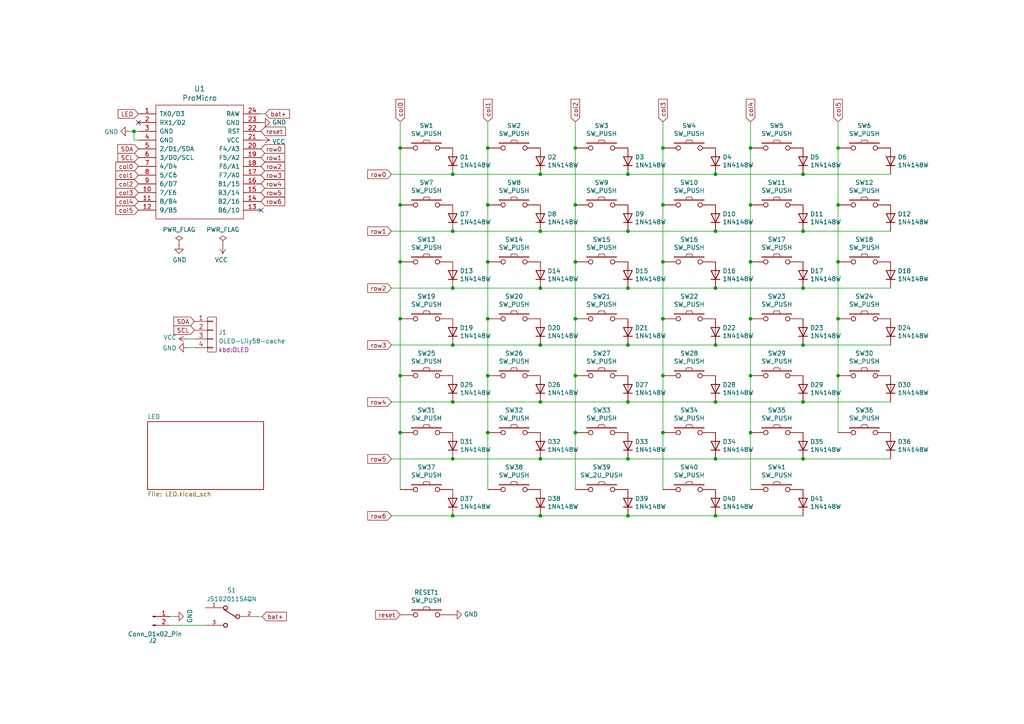
<source format=kicad_sch>
(kicad_sch (version 20230121) (generator eeschema)
  (paper "A4")
  (title_block (title "REVIUNG41") (date "2019-12-18") (rev "1.3"))
  (lib_symbols
    (symbol "Connector:Conn_01x02_Pin" (pin_names (offset 1.016) hide)
      (property "Reference" "J" (at 0 2.54 0))
      (property "Value" "Conn_01x02_Pin" (at 0 -5.08 0))
      (symbol "Conn_01x02_Pin_1_1"
        (polyline (pts (xy 1.27 -2.54) (xy 0.8636 -2.54)) (stroke (width 0.1524)))
        (polyline (pts (xy 1.27 0) (xy 0.8636 0)) (stroke (width 0.1524)))
        (rectangle (start 0.8636 -2.413) (end 0 -2.667) (stroke (width 0.1524)) (fill (type outline)))
        (rectangle (start 0.8636 0.127) (end 0 -0.127) (stroke (width 0.1524)) (fill (type outline)))
        (pin passive line (at 5.08 0 180) (length 3.81) (name "Pin_1") (number "1"))
        (pin passive line (at 5.08 -2.54 180) (length 3.81) (name "Pin_2") (number "2"))
      )
    )
    (symbol "Diode:1N4148W" (pin_numbers hide) (pin_names hide)
      (property "Reference" "D" (at 0 2.54 0))
      (property "Value" "1N4148W" (at 0 -2.54 0))
      (symbol "1N4148W_0_1"
        (polyline (pts (xy -1.27 1.27) (xy -1.27 -1.27)) (stroke (width 0.254)))
        (polyline (pts (xy 1.27 0) (xy -1.27 0)))
        (polyline (pts (xy 1.27 1.27) (xy 1.27 -1.27) (xy -1.27 0) (xy 1.27 1.27)) (stroke (width 0.254)))
      )
      (symbol "1N4148W_1_1"
        (pin passive line (at -3.81 0 0) (length 2.54) (name "K") (number "1"))
        (pin passive line (at 3.81 0 180) (length 2.54) (name "A") (number "2"))
      )
    )
    (symbol "JS102011:JS102011SAQN" (pin_names (offset 1.016))
      (property "Reference" "S" (at -7.6229 5.0819 0))
      (property "Value" "JS102011SAQN" (at -7.6286 -5.0857 0))
      (symbol "JS102011SAQN_0_0"
        (circle (center -1.778 -2.54) (radius 0.568) (stroke (width 0.254)))
        (circle (center -1.778 2.54) (radius 0.568) (stroke (width 0.254)))
        (polyline (pts (xy 1.016 0) (xy -2.286 2.032)) (stroke (width 0.254)))
        (circle (center 1.778 0) (radius 0.568) (stroke (width 0.254)))
        (pin passive line (at -7.62 2.54 0) (length 5.08) (name "~") (number "1"))
        (pin passive line (at 7.62 0 180) (length 5.08) (name "~") (number "2"))
        (pin passive line (at -7.62 -2.54 0) (length 5.08) (name "~") (number "3"))
      )
    )
    (symbol "gundam:LOGO" (pin_names (offset 1.016)))
    (symbol "power:GND" (power) (pin_names (offset 0))
      (property "Value" "GND" (at 0 -3.81 0))
      (symbol "GND_0_1"
        (polyline (pts (xy 0 0) (xy 0 -1.27) (xy 1.27 -1.27) (xy 0 -2.54) (xy -1.27 -1.27) (xy 0 -1.27)))
      )
      (symbol "GND_1_1"
        (pin power_in line (at 0 0 270) (length 0) hide (name "GND") (number "1"))
      )
    )
    (symbol "power:PWR_FLAG" (power) (pin_numbers hide) (pin_names (offset 0) hide)
      (property "Value" "PWR_FLAG" (at 0 3.81 0))
      (symbol "PWR_FLAG_0_0"
        (pin power_out line (at 0 0 90) (length 0) (name "pwr") (number "1"))
      )
      (symbol "PWR_FLAG_0_1"
        (polyline (pts (xy 0 0) (xy 0 1.27) (xy -1.016 1.905) (xy 0 2.54) (xy 1.016 1.905) (xy 0 1.27)))
      )
    )
    (symbol "power:VCC" (power) (pin_names (offset 0))
      (property "Value" "VCC" (at 0 3.81 0))
      (symbol "VCC_0_1"
        (polyline (pts (xy -0.762 1.27) (xy 0 2.54)))
        (polyline (pts (xy 0 0) (xy 0 2.54)))
        (polyline (pts (xy 0 2.54) (xy 0.762 1.27)))
      )
      (symbol "VCC_1_1"
        (pin power_in line (at 0 0 90) (length 0) hide (name "VCC") (number "1"))
      )
    )
    (symbol "reviung41-rescue:ProMicro-_reviung-kbd" (pin_names (offset 1.016))
      (property "Reference" "U" (at 0 24.13 0))
      (property "Value" "_reviung-kbd_ProMicro" (at 0 -13.97 0))
      (symbol "ProMicro-_reviung-kbd_0_1"
        (rectangle (start -12.7 21.59) (end 12.7 -11.43))
      )
      (symbol "ProMicro-_reviung-kbd_1_1"
        (pin bidirectional line (at -17.78 19.05 0) (length 5.08) (name "TX0/D3") (number "1"))
        (pin bidirectional line (at -17.78 -3.81 0) (length 5.08) (name "7/E6") (number "10"))
        (pin bidirectional line (at -17.78 -6.35 0) (length 5.08) (name "8/B4") (number "11"))
        (pin bidirectional line (at -17.78 -8.89 0) (length 5.08) (name "9/B5") (number "12"))
        (pin bidirectional line (at 17.78 -8.89 180) (length 5.08) (name "B6/10") (number "13"))
        (pin bidirectional line (at 17.78 -6.35 180) (length 5.08) (name "B2/16") (number "14"))
        (pin bidirectional line (at 17.78 -3.81 180) (length 5.08) (name "B3/14") (number "15"))
        (pin bidirectional line (at 17.78 -1.27 180) (length 5.08) (name "B1/15") (number "16"))
        (pin bidirectional line (at 17.78 1.27 180) (length 5.08) (name "F7/A0") (number "17"))
        (pin bidirectional line (at 17.78 3.81 180) (length 5.08) (name "F6/A1") (number "18"))
        (pin bidirectional line (at 17.78 6.35 180) (length 5.08) (name "F5/A2") (number "19"))
        (pin bidirectional line (at -17.78 16.51 0) (length 5.08) (name "RX1/D2") (number "2"))
        (pin bidirectional line (at 17.78 8.89 180) (length 5.08) (name "F4/A3") (number "20"))
        (pin power_in line (at 17.78 11.43 180) (length 5.08) (name "VCC") (number "21"))
        (pin input line (at 17.78 13.97 180) (length 5.08) (name "RST") (number "22"))
        (pin power_in line (at 17.78 16.51 180) (length 5.08) (name "GND") (number "23"))
        (pin power_out line (at 17.78 19.05 180) (length 5.08) (name "RAW") (number "24"))
        (pin power_in line (at -17.78 13.97 0) (length 5.08) (name "GND") (number "3"))
        (pin power_in line (at -17.78 11.43 0) (length 5.08) (name "GND") (number "4"))
        (pin bidirectional line (at -17.78 8.89 0) (length 5.08) (name "2/D1/SDA") (number "5"))
        (pin bidirectional line (at -17.78 6.35 0) (length 5.08) (name "3/D0/SCL") (number "6"))
        (pin bidirectional line (at -17.78 3.81 0) (length 5.08) (name "4/D4") (number "7"))
        (pin bidirectional line (at -17.78 1.27 0) (length 5.08) (name "5/C6") (number "8"))
        (pin bidirectional line (at -17.78 -1.27 0) (length 5.08) (name "6/D7") (number "9"))
      )
    )
    (symbol "reviung41-rescue:SW_PUSH-_reviung-kbd" (pin_numbers hide) (pin_names (offset 1.016) hide)
      (property "Reference" "SW" (at 3.81 2.794 0))
      (property "Value" "_reviung-kbd_SW_PUSH" (at 0 -2.032 0))
      (symbol "SW_PUSH-_reviung-kbd_0_1"
        (rectangle (start -4.318 1.27) (end 4.318 1.524))
        (polyline (pts (xy -1.016 1.524) (xy -0.762 2.286) (xy 0.762 2.286) (xy 1.016 1.524)))
        (pin passive inverted (at -7.62 0 0) (length 5.08) (name "1") (number "1"))
        (pin passive inverted (at 7.62 0 180) (length 5.08) (name "2") (number "2"))
      )
    )
    (symbol "sofle:OLED-Lily58-cache" (pin_names (offset 1.016) hide)
      (property "Reference" "J" (at 0 6.35 0))
      (property "Value" "OLED-Lily58-cache" (at 2.54 0 90))
      (symbol "OLED-Lily58-cache_0_1"
        (rectangle (start -1.27 -3.683) (end 0.254 -3.937))
        (rectangle (start -1.27 -1.143) (end 0.254 -1.397))
        (rectangle (start -1.27 1.397) (end 0.254 1.143))
        (rectangle (start -1.27 3.937) (end 0.254 3.683))
        (rectangle (start -1.27 5.08) (end 1.27 -5.08))
      )
      (symbol "OLED-Lily58-cache_1_1"
        (pin passive line (at -5.08 3.81 0) (length 3.81) (name "P1") (number "1"))
        (pin passive line (at -5.08 1.27 0) (length 3.81) (name "P2") (number "2"))
        (pin passive line (at -5.08 -1.27 0) (length 3.81) (name "P3") (number "3"))
        (pin passive line (at -5.08 -3.81 0) (length 3.81) (name "P4") (number "4"))
      )
    )
  )
  (junction (at 207.518 100.076))
  (junction (at 38.862 38.1))
  (junction (at 207.518 67.056))
  (junction (at 156.718 133.096))
  (junction (at 166.878 108.966))
  (junction (at 166.878 75.946))
  (junction (at 182.118 50.546))
  (junction (at 192.278 108.966))
  (junction (at 141.478 92.456))
  (junction (at 207.518 83.566))
  (junction (at 156.718 50.546))
  (junction (at 217.678 92.456))
  (junction (at 141.478 59.436))
  (junction (at 116.078 59.436))
  (junction (at 182.118 133.096))
  (junction (at 182.118 116.586))
  (junction (at 243.078 75.946))
  (junction (at 192.278 59.436))
  (junction (at 207.518 116.586))
  (junction (at 207.518 50.546))
  (junction (at 217.678 125.476))
  (junction (at 131.318 100.076))
  (junction (at 207.518 149.606))
  (junction (at 217.678 42.926))
  (junction (at 131.318 50.546))
  (junction (at 207.518 133.096))
  (junction (at 182.118 67.056))
  (junction (at 156.718 83.566))
  (junction (at 217.678 108.966))
  (junction (at 192.278 42.926))
  (junction (at 166.878 42.926))
  (junction (at 182.118 149.606))
  (junction (at 131.318 67.056))
  (junction (at 232.918 133.096))
  (junction (at 232.918 50.546))
  (junction (at 166.878 125.476))
  (junction (at 141.478 42.926))
  (junction (at 116.078 108.966))
  (junction (at 243.078 59.436))
  (junction (at 232.918 67.056))
  (junction (at 243.078 42.926))
  (junction (at 166.878 92.456))
  (junction (at 131.318 83.566))
  (junction (at 156.718 116.586))
  (junction (at 141.478 108.966))
  (junction (at 156.718 100.076))
  (junction (at 141.478 75.946))
  (junction (at 243.078 108.966))
  (junction (at 243.078 92.456))
  (junction (at 182.118 83.566))
  (junction (at 182.118 100.076))
  (junction (at 192.278 92.456))
  (junction (at 116.078 75.946))
  (junction (at 156.718 149.606))
  (junction (at 131.318 116.586))
  (junction (at 131.318 133.096))
  (junction (at 166.878 59.436))
  (junction (at 232.918 116.586))
  (junction (at 116.078 125.476))
  (junction (at 141.478 125.476))
  (junction (at 232.918 100.076))
  (junction (at 116.078 92.456))
  (junction (at 192.278 75.946))
  (junction (at 116.078 42.926))
  (junction (at 131.318 149.606))
  (junction (at 192.278 125.476))
  (junction (at 232.918 83.566))
  (junction (at 217.678 75.946))
  (junction (at 217.678 59.436))
  (junction (at 156.718 67.056))
  (no_connect (at 40.132 35.56))
  (no_connect (at 75.692 60.96))
  (wire (pts (xy 131.318 100.076) (xy 156.718 100.076)))
  (wire (pts (xy 192.278 108.966) (xy 192.278 125.476)))
  (wire (pts (xy 192.278 35.306) (xy 192.278 42.926)))
  (wire (pts (xy 156.718 50.546) (xy 182.118 50.546)))
  (wire (pts (xy 243.078 42.926) (xy 243.078 59.436)))
  (wire (pts (xy 166.878 35.306) (xy 166.878 42.926)))
  (wire (pts (xy 131.318 50.546) (xy 156.718 50.546)))
  (wire (pts (xy 182.118 100.076) (xy 207.518 100.076)))
  (wire (pts (xy 141.478 59.436) (xy 141.478 75.946)))
  (wire (pts (xy 182.118 50.546) (xy 207.518 50.546)))
  (wire (pts (xy 116.078 42.926) (xy 116.078 59.436)))
  (wire (pts (xy 141.478 75.946) (xy 141.478 92.456)))
  (wire (pts (xy 217.678 35.306) (xy 217.678 42.926)))
  (wire (pts (xy 182.118 149.606) (xy 207.518 149.606)))
  (wire (pts (xy 166.878 92.456) (xy 166.878 108.966)))
  (wire (pts (xy 166.878 125.476) (xy 166.878 141.986)))
  (wire (pts (xy 207.518 149.606) (xy 232.918 149.606)))
  (wire (pts (xy 207.518 100.076) (xy 232.918 100.076)))
  (wire (pts (xy 182.118 67.056) (xy 207.518 67.056)))
  (wire (pts (xy 40.132 38.1) (xy 38.862 38.1)))
  (wire (pts (xy 207.518 133.096) (xy 232.918 133.096)))
  (wire (pts (xy 131.318 67.056) (xy 156.718 67.056)))
  (wire (pts (xy 243.078 92.456) (xy 243.078 108.966)))
  (wire (pts (xy 113.538 50.546) (xy 131.318 50.546)))
  (wire (pts (xy 243.078 75.946) (xy 243.078 92.456)))
  (wire (pts (xy 49.403 178.816) (xy 50.673 178.816)))
  (wire (pts (xy 207.518 50.546) (xy 232.918 50.546)))
  (wire (pts (xy 113.538 116.586) (xy 131.318 116.586)))
  (wire (pts (xy 141.478 35.306) (xy 141.478 42.926)))
  (wire (pts (xy 232.918 100.076) (xy 258.318 100.076)))
  (wire (pts (xy 75.692 33.02) (xy 76.962 33.02)))
  (wire (pts (xy 192.278 125.476) (xy 192.278 141.986)))
  (wire (pts (xy 156.718 100.076) (xy 182.118 100.076)))
  (wire (pts (xy 156.718 67.056) (xy 182.118 67.056)))
  (wire (pts (xy 116.078 92.456) (xy 116.078 108.966)))
  (wire (pts (xy 131.318 133.096) (xy 156.718 133.096)))
  (wire (pts (xy 217.678 125.476) (xy 217.678 141.986)))
  (wire (pts (xy 156.718 83.566) (xy 182.118 83.566)))
  (wire (pts (xy 54.483 98.298) (xy 56.388 98.298)))
  (wire (pts (xy 217.678 42.926) (xy 217.678 59.436)))
  (wire (pts (xy 113.538 67.056) (xy 131.318 67.056)))
  (wire (pts (xy 232.918 67.056) (xy 258.318 67.056)))
  (wire (pts (xy 232.918 50.546) (xy 258.318 50.546)))
  (wire (pts (xy 192.278 75.946) (xy 192.278 92.456)))
  (wire (pts (xy 116.078 108.966) (xy 116.078 125.476)))
  (wire (pts (xy 113.538 100.076) (xy 131.318 100.076)))
  (wire (pts (xy 192.278 92.456) (xy 192.278 108.966)))
  (wire (pts (xy 166.878 59.436) (xy 166.878 75.946)))
  (wire (pts (xy 217.678 108.966) (xy 217.678 125.476)))
  (wire (pts (xy 217.678 59.436) (xy 217.678 75.946)))
  (wire (pts (xy 131.318 149.606) (xy 156.718 149.606)))
  (wire (pts (xy 192.278 59.436) (xy 192.278 75.946)))
  (wire (pts (xy 156.718 149.606) (xy 182.118 149.606)))
  (wire (pts (xy 182.118 83.566) (xy 207.518 83.566)))
  (wire (pts (xy 217.678 92.456) (xy 217.678 108.966)))
  (wire (pts (xy 113.538 149.606) (xy 131.318 149.606)))
  (wire (pts (xy 182.118 133.096) (xy 207.518 133.096)))
  (wire (pts (xy 207.518 83.566) (xy 232.918 83.566)))
  (wire (pts (xy 131.318 83.566) (xy 156.718 83.566)))
  (wire (pts (xy 38.862 40.64) (xy 38.862 38.1)))
  (wire (pts (xy 40.132 40.64) (xy 38.862 40.64)))
  (wire (pts (xy 232.918 133.096) (xy 258.318 133.096)))
  (wire (pts (xy 192.278 42.926) (xy 192.278 59.436)))
  (wire (pts (xy 243.078 35.306) (xy 243.078 42.926)))
  (wire (pts (xy 182.118 116.586) (xy 207.518 116.586)))
  (wire (pts (xy 166.878 108.966) (xy 166.878 125.476)))
  (wire (pts (xy 232.918 116.586) (xy 258.318 116.586)))
  (wire (pts (xy 113.538 83.566) (xy 131.318 83.566)))
  (wire (pts (xy 38.862 38.1) (xy 37.592 38.1)))
  (wire (pts (xy 156.718 116.586) (xy 182.118 116.586)))
  (wire (pts (xy 243.078 59.436) (xy 243.078 75.946)))
  (wire (pts (xy 116.078 35.306) (xy 116.078 42.926)))
  (wire (pts (xy 217.678 75.946) (xy 217.678 92.456)))
  (wire (pts (xy 74.803 178.816) (xy 76.073 178.816)))
  (wire (pts (xy 113.538 133.096) (xy 131.318 133.096)))
  (wire (pts (xy 156.718 133.096) (xy 182.118 133.096)))
  (wire (pts (xy 49.403 181.356) (xy 59.563 181.356)))
  (wire (pts (xy 54.483 100.838) (xy 56.388 100.838)))
  (wire (pts (xy 141.478 125.476) (xy 141.478 141.986)))
  (wire (pts (xy 116.078 75.946) (xy 116.078 92.456)))
  (wire (pts (xy 141.478 108.966) (xy 141.478 125.476)))
  (wire (pts (xy 116.078 59.436) (xy 116.078 75.946)))
  (wire (pts (xy 207.518 67.056) (xy 232.918 67.056)))
  (wire (pts (xy 166.878 42.926) (xy 166.878 59.436)))
  (wire (pts (xy 207.518 116.586) (xy 232.918 116.586)))
  (wire (pts (xy 243.078 125.476) (xy 243.078 108.966)))
  (wire (pts (xy 141.478 42.926) (xy 141.478 59.436)))
  (wire (pts (xy 166.878 75.946) (xy 166.878 92.456)))
  (wire (pts (xy 232.918 83.566) (xy 258.318 83.566)))
  (wire (pts (xy 131.318 116.586) (xy 156.718 116.586)))
  (wire (pts (xy 141.478 92.456) (xy 141.478 108.966)))
  (wire (pts (xy 116.078 125.476) (xy 116.078 141.986)))
  (global_label "row6" (shape input) (at 113.538 149.606 180) (property "Intersheetrefs" "${INTERSHEET_REFS}" (effects hide)))
  (global_label "reset" (shape input) (at 75.692 38.1 0) (property "Intersheetrefs" "${INTERSHEET_REFS}" (effects hide)))
  (global_label "col4" (shape input) (at 217.678 35.306 90) (property "Intersheetrefs" "${INTERSHEET_REFS}" (effects hide)))
  (global_label "LED" (shape input) (at 40.132 33.02 180) (property "Intersheetrefs" "${INTERSHEET_REFS}" (effects hide)))
  (global_label "bat+" (shape input) (at 76.962 33.02 0) (property "Intersheetrefs" "${INTERSHEET_REFS}" (effects hide)))
  (global_label "SDA" (shape input) (at 56.388 93.218 180) (property "Intersheetrefs" "${INTERSHEET_REFS}" (effects hide)))
  (global_label "col1" (shape input) (at 141.478 35.306 90) (property "Intersheetrefs" "${INTERSHEET_REFS}" (effects hide)))
  (global_label "row1" (shape input) (at 75.692 45.72 0) (property "Intersheetrefs" "${INTERSHEET_REFS}" (effects hide)))
  (global_label "row2" (shape input) (at 113.538 83.566 180) (property "Intersheetrefs" "${INTERSHEET_REFS}" (effects hide)))
  (global_label "col0" (shape input) (at 40.132 48.26 180) (property "Intersheetrefs" "${INTERSHEET_REFS}" (effects hide)))
  (global_label "row1" (shape input) (at 113.538 67.056 180) (property "Intersheetrefs" "${INTERSHEET_REFS}" (effects hide)))
  (global_label "row0" (shape input) (at 113.538 50.546 180) (property "Intersheetrefs" "${INTERSHEET_REFS}" (effects hide)))
  (global_label "bat+" (shape input) (at 76.073 178.816 0) (property "Intersheetrefs" "${INTERSHEET_REFS}" (effects hide)))
  (global_label "col1" (shape input) (at 40.132 50.8 180) (property "Intersheetrefs" "${INTERSHEET_REFS}" (effects hide)))
  (global_label "SCL" (shape input) (at 40.132 45.72 180) (property "Intersheetrefs" "${INTERSHEET_REFS}" (effects hide)))
  (global_label "col3" (shape input) (at 192.278 35.306 90) (property "Intersheetrefs" "${INTERSHEET_REFS}" (effects hide)))
  (global_label "row0" (shape input) (at 75.692 43.18 0) (property "Intersheetrefs" "${INTERSHEET_REFS}" (effects hide)))
  (global_label "col3" (shape input) (at 40.132 55.88 180) (property "Intersheetrefs" "${INTERSHEET_REFS}" (effects hide)))
  (global_label "row2" (shape input) (at 75.692 48.26 0) (property "Intersheetrefs" "${INTERSHEET_REFS}" (effects hide)))
  (global_label "col4" (shape input) (at 40.132 58.42 180) (property "Intersheetrefs" "${INTERSHEET_REFS}" (effects hide)))
  (global_label "SDA" (shape input) (at 40.132 43.18 180) (property "Intersheetrefs" "${INTERSHEET_REFS}" (effects hide)))
  (global_label "col2" (shape input) (at 166.878 35.306 90) (property "Intersheetrefs" "${INTERSHEET_REFS}" (effects hide)))
  (global_label "col5" (shape input) (at 40.132 60.96 180) (property "Intersheetrefs" "${INTERSHEET_REFS}" (effects hide)))
  (global_label "row4" (shape input) (at 113.538 116.586 180) (property "Intersheetrefs" "${INTERSHEET_REFS}" (effects hide)))
  (global_label "col2" (shape input) (at 40.132 53.34 180) (property "Intersheetrefs" "${INTERSHEET_REFS}" (effects hide)))
  (global_label "row5" (shape input) (at 75.692 55.88 0) (property "Intersheetrefs" "${INTERSHEET_REFS}" (effects hide)))
  (global_label "row4" (shape input) (at 75.692 53.34 0) (property "Intersheetrefs" "${INTERSHEET_REFS}" (effects hide)))
  (global_label "col5" (shape input) (at 243.078 35.306 90) (property "Intersheetrefs" "${INTERSHEET_REFS}" (effects hide)))
  (global_label "row3" (shape input) (at 113.538 100.076 180) (property "Intersheetrefs" "${INTERSHEET_REFS}" (effects hide)))
  (global_label "SCL" (shape input) (at 56.388 95.758 180) (property "Intersheetrefs" "${INTERSHEET_REFS}" (effects hide)))
  (global_label "reset" (shape input) (at 116.078 178.308 180) (property "Intersheetrefs" "${INTERSHEET_REFS}" (effects hide)))
  (global_label "row6" (shape input) (at 75.692 58.42 0) (property "Intersheetrefs" "${INTERSHEET_REFS}" (effects hide)))
  (global_label "row5" (shape input) (at 113.538 133.096 180) (property "Intersheetrefs" "${INTERSHEET_REFS}" (effects hide)))
  (global_label "col0" (shape input) (at 116.078 35.306 90) (property "Intersheetrefs" "${INTERSHEET_REFS}" (effects hide)))
  (global_label "row3" (shape input) (at 75.692 50.8 0) (property "Intersheetrefs" "${INTERSHEET_REFS}" (effects hide)))
  (symbol (lib_id "power:PWR_FLAG") (at 51.943 70.993 0) (unit 1)
    (property "Reference" "#FLG01" (effects hide))
    (property "Value" "PWR_FLAG" (at 51.943 66.5988 0))
  )
  (symbol (lib_id "power:GND") (at 51.943 70.993 0) (unit 1)
    (property "Reference" "#PWR01" (effects hide))
    (property "Value" "GND" (at 52.07 75.3872 0))
  )
  (symbol (lib_id "power:PWR_FLAG") (at 64.643 70.993 0) (unit 1)
    (property "Reference" "#FLG02" (effects hide))
    (property "Value" "PWR_FLAG" (at 64.643 66.5988 0))
  )
  (symbol (lib_id "power:VCC") (at 64.643 70.993 180) (unit 1)
    (property "Reference" "#PWR02" (effects hide))
    (property "Value" "VCC" (at 64.1858 75.3872 0))
  )
  (symbol (lib_id "reviung41-rescue:ProMicro-_reviung-kbd") (at 57.912 52.07 0) (unit 1)
    (property "Reference" "U1" (at 57.912 25.7302 0) (effects (font (size 1.524 1.524))))
    (property "Value" "ProMicro" (at 57.912 28.4226 0) (effects (font (size 1.524 1.524))))
    (property "Footprint" "_reviung-kbd:ProMicro" (effects hide))
  )
  (symbol (lib_id "power:GND") (at 75.692 35.56 90) (unit 1)
    (property "Reference" "#PWR03" (effects hide))
    (property "Value" "GND" (at 78.9432 35.433 90) (effects (justify right)))
  )
  (symbol (lib_id "power:VCC") (at 75.692 40.64 270) (unit 1)
    (property "Reference" "#PWR05" (effects hide))
    (property "Value" "VCC" (at 78.9432 41.0718 90) (effects (justify left)))
  )
  (symbol (lib_id "power:GND") (at 37.592 38.1 270) (unit 1)
    (property "Reference" "#PWR04" (effects hide))
    (property "Value" "GND" (at 34.3408 38.227 90) (effects (justify right)))
  )
  (symbol (lib_id "reviung41-rescue:SW_PUSH-_reviung-kbd") (at 123.698 42.926 0) (unit 1)
    (property "Reference" "SW1" (at 123.698 36.449 0))
    (property "Value" "SW_PUSH" (at 123.698 38.7604 0))
    (property "Footprint" "_reviung-kbd:MXOnly-1U-Hotswap" (effects hide))
  )
  (symbol (lib_id "Diode:1N4148W") (at 131.318 46.736 90) (unit 1)
    (property "Reference" "D1" (at 133.35 45.5676 90) (effects (justify right)))
    (property "Value" "1N4148W" (at 133.35 47.879 90) (effects (justify right)))
    (property "Footprint" "_reviung-kbd:D3_SMD_1side" (effects hide))
    (property "Datasheet" "https://www.vishay.com/docs/85748/1n4148w.pdf" (effects hide))
  )
  (symbol (lib_id "reviung41-rescue:SW_PUSH-_reviung-kbd") (at 149.098 42.926 0) (unit 1)
    (property "Reference" "SW2" (at 149.098 36.449 0))
    (property "Value" "SW_PUSH" (at 149.098 38.7604 0))
    (property "Footprint" "_reviung-kbd:MXOnly-1U-Hotswap" (effects hide))
  )
  (symbol (lib_id "Diode:1N4148W") (at 156.718 46.736 90) (unit 1)
    (property "Reference" "D2" (at 158.75 45.5676 90) (effects (justify right)))
    (property "Value" "1N4148W" (at 158.75 47.879 90) (effects (justify right)))
    (property "Footprint" "_reviung-kbd:D3_SMD_1side" (effects hide))
    (property "Datasheet" "https://www.vishay.com/docs/85748/1n4148w.pdf" (effects hide))
  )
  (symbol (lib_id "reviung41-rescue:SW_PUSH-_reviung-kbd") (at 174.498 42.926 0) (unit 1)
    (property "Reference" "SW3" (at 174.498 36.449 0))
    (property "Value" "SW_PUSH" (at 174.498 38.7604 0))
    (property "Footprint" "_reviung-kbd:MXOnly-1U-Hotswap" (effects hide))
  )
  (symbol (lib_id "Diode:1N4148W") (at 182.118 46.736 90) (unit 1)
    (property "Reference" "D3" (at 184.15 45.5676 90) (effects (justify right)))
    (property "Value" "1N4148W" (at 184.15 47.879 90) (effects (justify right)))
    (property "Footprint" "_reviung-kbd:D3_SMD_1side" (effects hide))
    (property "Datasheet" "https://www.vishay.com/docs/85748/1n4148w.pdf" (effects hide))
  )
  (symbol (lib_id "reviung41-rescue:SW_PUSH-_reviung-kbd") (at 199.898 42.926 0) (unit 1)
    (property "Reference" "SW4" (at 199.898 36.449 0))
    (property "Value" "SW_PUSH" (at 199.898 38.7604 0))
    (property "Footprint" "_reviung-kbd:MXOnly-1U-Hotswap" (effects hide))
  )
  (symbol (lib_id "Diode:1N4148W") (at 207.518 46.736 90) (unit 1)
    (property "Reference" "D4" (at 209.55 45.5676 90) (effects (justify right)))
    (property "Value" "1N4148W" (at 209.55 47.879 90) (effects (justify right)))
    (property "Footprint" "_reviung-kbd:D3_SMD_1side" (effects hide))
    (property "Datasheet" "https://www.vishay.com/docs/85748/1n4148w.pdf" (effects hide))
  )
  (symbol (lib_id "reviung41-rescue:SW_PUSH-_reviung-kbd") (at 225.298 42.926 0) (unit 1)
    (property "Reference" "SW5" (at 225.298 36.449 0))
    (property "Value" "SW_PUSH" (at 225.298 38.7604 0))
    (property "Footprint" "_reviung-kbd:MXOnly-1U-Hotswap" (effects hide))
  )
  (symbol (lib_id "Diode:1N4148W") (at 232.918 46.736 90) (unit 1)
    (property "Reference" "D5" (at 234.95 45.5676 90) (effects (justify right)))
    (property "Value" "1N4148W" (at 234.95 47.879 90) (effects (justify right)))
    (property "Footprint" "_reviung-kbd:D3_SMD_1side" (effects hide))
    (property "Datasheet" "https://www.vishay.com/docs/85748/1n4148w.pdf" (effects hide))
  )
  (symbol (lib_id "reviung41-rescue:SW_PUSH-_reviung-kbd") (at 250.698 42.926 0) (unit 1)
    (property "Reference" "SW6" (at 250.698 36.449 0))
    (property "Value" "SW_PUSH" (at 250.698 38.7604 0))
    (property "Footprint" "_reviung-kbd:MXOnly-1U-Hotswap" (effects hide))
  )
  (symbol (lib_id "Diode:1N4148W") (at 258.318 46.736 90) (unit 1)
    (property "Reference" "D6" (at 260.35 45.5676 90) (effects (justify right)))
    (property "Value" "1N4148W" (at 260.35 47.879 90) (effects (justify right)))
    (property "Footprint" "_reviung-kbd:D3_SMD_1side" (effects hide))
    (property "Datasheet" "https://www.vishay.com/docs/85748/1n4148w.pdf" (effects hide))
  )
  (symbol (lib_id "Diode:1N4148W") (at 207.518 63.246 90) (unit 1)
    (property "Reference" "D10" (at 209.55 62.0776 90) (effects (justify right)))
    (property "Value" "1N4148W" (at 209.55 64.389 90) (effects (justify right)))
    (property "Footprint" "_reviung-kbd:D3_SMD_1side" (effects hide))
    (property "Datasheet" "https://www.vishay.com/docs/85748/1n4148w.pdf" (effects hide))
  )
  (symbol (lib_id "reviung41-rescue:SW_PUSH-_reviung-kbd") (at 199.898 59.436 0) (unit 1)
    (property "Reference" "SW10" (at 199.898 52.959 0))
    (property "Value" "SW_PUSH" (at 199.898 55.2704 0))
    (property "Footprint" "_reviung-kbd:MXOnly-1U-Hotswap" (effects hide))
  )
  (symbol (lib_id "Diode:1N4148W") (at 182.118 63.246 90) (unit 1)
    (property "Reference" "D9" (at 184.15 62.0776 90) (effects (justify right)))
    (property "Value" "1N4148W" (at 184.15 64.389 90) (effects (justify right)))
    (property "Footprint" "_reviung-kbd:D3_SMD_1side" (effects hide))
    (property "Datasheet" "https://www.vishay.com/docs/85748/1n4148w.pdf" (effects hide))
  )
  (symbol (lib_id "reviung41-rescue:SW_PUSH-_reviung-kbd") (at 174.498 59.436 0) (unit 1)
    (property "Reference" "SW9" (at 174.498 52.959 0))
    (property "Value" "SW_PUSH" (at 174.498 55.2704 0))
    (property "Footprint" "_reviung-kbd:MXOnly-1U-Hotswap" (effects hide))
  )
  (symbol (lib_id "Diode:1N4148W") (at 156.718 63.246 90) (unit 1)
    (property "Reference" "D8" (at 158.75 62.0776 90) (effects (justify right)))
    (property "Value" "1N4148W" (at 158.75 64.389 90) (effects (justify right)))
    (property "Footprint" "_reviung-kbd:D3_SMD_1side" (effects hide))
    (property "Datasheet" "https://www.vishay.com/docs/85748/1n4148w.pdf" (effects hide))
  )
  (symbol (lib_id "reviung41-rescue:SW_PUSH-_reviung-kbd") (at 149.098 59.436 0) (unit 1)
    (property "Reference" "SW8" (at 149.098 52.959 0))
    (property "Value" "SW_PUSH" (at 149.098 55.2704 0))
    (property "Footprint" "_reviung-kbd:MXOnly-1U-Hotswap" (effects hide))
  )
  (symbol (lib_id "Diode:1N4148W") (at 131.318 63.246 90) (unit 1)
    (property "Reference" "D7" (at 133.35 62.0776 90) (effects (justify right)))
    (property "Value" "1N4148W" (at 133.35 64.389 90) (effects (justify right)))
    (property "Footprint" "_reviung-kbd:D3_SMD_1side" (effects hide))
    (property "Datasheet" "https://www.vishay.com/docs/85748/1n4148w.pdf" (effects hide))
  )
  (symbol (lib_id "reviung41-rescue:SW_PUSH-_reviung-kbd") (at 123.698 59.436 0) (unit 1)
    (property "Reference" "SW7" (at 123.698 52.959 0))
    (property "Value" "SW_PUSH" (at 123.698 55.2704 0))
    (property "Footprint" "_reviung-kbd:MXOnly-1U-Hotswap" (effects hide))
  )
  (symbol (lib_id "reviung41-rescue:SW_PUSH-_reviung-kbd") (at 225.298 59.436 0) (unit 1)
    (property "Reference" "SW11" (at 225.298 52.959 0))
    (property "Value" "SW_PUSH" (at 225.298 55.2704 0))
    (property "Footprint" "_reviung-kbd:MXOnly-1U-Hotswap" (effects hide))
  )
  (symbol (lib_id "Diode:1N4148W") (at 232.918 63.246 90) (unit 1)
    (property "Reference" "D11" (at 234.95 62.0776 90) (effects (justify right)))
    (property "Value" "1N4148W" (at 234.95 64.389 90) (effects (justify right)))
    (property "Footprint" "_reviung-kbd:D3_SMD_1side" (effects hide))
    (property "Datasheet" "https://www.vishay.com/docs/85748/1n4148w.pdf" (effects hide))
  )
  (symbol (lib_id "reviung41-rescue:SW_PUSH-_reviung-kbd") (at 250.698 59.436 0) (unit 1)
    (property "Reference" "SW12" (at 250.698 52.959 0))
    (property "Value" "SW_PUSH" (at 250.698 55.2704 0))
    (property "Footprint" "_reviung-kbd:MXOnly-1U-Hotswap" (effects hide))
  )
  (symbol (lib_id "Diode:1N4148W") (at 258.318 63.246 90) (unit 1)
    (property "Reference" "D12" (at 260.35 62.0776 90) (effects (justify right)))
    (property "Value" "1N4148W" (at 260.35 64.389 90) (effects (justify right)))
    (property "Footprint" "_reviung-kbd:D3_SMD_1side" (effects hide))
    (property "Datasheet" "https://www.vishay.com/docs/85748/1n4148w.pdf" (effects hide))
  )
  (symbol (lib_id "Diode:1N4148W") (at 207.518 79.756 90) (unit 1)
    (property "Reference" "D16" (at 209.55 78.5876 90) (effects (justify right)))
    (property "Value" "1N4148W" (at 209.55 80.899 90) (effects (justify right)))
    (property "Footprint" "_reviung-kbd:D3_SMD_1side" (effects hide))
    (property "Datasheet" "https://www.vishay.com/docs/85748/1n4148w.pdf" (effects hide))
  )
  (symbol (lib_id "reviung41-rescue:SW_PUSH-_reviung-kbd") (at 199.898 75.946 0) (unit 1)
    (property "Reference" "SW16" (at 199.898 69.469 0))
    (property "Value" "SW_PUSH" (at 199.898 71.7804 0))
    (property "Footprint" "_reviung-kbd:MXOnly-1U-Hotswap" (effects hide))
  )
  (symbol (lib_id "Diode:1N4148W") (at 182.118 79.756 90) (unit 1)
    (property "Reference" "D15" (at 184.15 78.5876 90) (effects (justify right)))
    (property "Value" "1N4148W" (at 184.15 80.899 90) (effects (justify right)))
    (property "Footprint" "_reviung-kbd:D3_SMD_1side" (effects hide))
    (property "Datasheet" "https://www.vishay.com/docs/85748/1n4148w.pdf" (effects hide))
  )
  (symbol (lib_id "reviung41-rescue:SW_PUSH-_reviung-kbd") (at 174.498 75.946 0) (unit 1)
    (property "Reference" "SW15" (at 174.498 69.469 0))
    (property "Value" "SW_PUSH" (at 174.498 71.7804 0))
    (property "Footprint" "_reviung-kbd:MXOnly-1U-Hotswap" (effects hide))
  )
  (symbol (lib_id "Diode:1N4148W") (at 156.718 79.756 90) (unit 1)
    (property "Reference" "D14" (at 158.75 78.5876 90) (effects (justify right)))
    (property "Value" "1N4148W" (at 158.75 80.899 90) (effects (justify right)))
    (property "Footprint" "_reviung-kbd:D3_SMD_1side" (effects hide))
    (property "Datasheet" "https://www.vishay.com/docs/85748/1n4148w.pdf" (effects hide))
  )
  (symbol (lib_id "reviung41-rescue:SW_PUSH-_reviung-kbd") (at 149.098 75.946 0) (unit 1)
    (property "Reference" "SW14" (at 149.098 69.469 0))
    (property "Value" "SW_PUSH" (at 149.098 71.7804 0))
    (property "Footprint" "_reviung-kbd:MXOnly-1U-Hotswap" (effects hide))
  )
  (symbol (lib_id "Diode:1N4148W") (at 131.318 79.756 90) (unit 1)
    (property "Reference" "D13" (at 133.35 78.5876 90) (effects (justify right)))
    (property "Value" "1N4148W" (at 133.35 80.899 90) (effects (justify right)))
    (property "Footprint" "_reviung-kbd:D3_SMD_1side" (effects hide))
    (property "Datasheet" "https://www.vishay.com/docs/85748/1n4148w.pdf" (effects hide))
  )
  (symbol (lib_id "reviung41-rescue:SW_PUSH-_reviung-kbd") (at 123.698 75.946 0) (unit 1)
    (property "Reference" "SW13" (at 123.698 69.469 0))
    (property "Value" "SW_PUSH" (at 123.698 71.7804 0))
    (property "Footprint" "_reviung-kbd:MXOnly-1U-Hotswap" (effects hide))
  )
  (symbol (lib_id "reviung41-rescue:SW_PUSH-_reviung-kbd") (at 225.298 75.946 0) (unit 1)
    (property "Reference" "SW17" (at 225.298 69.469 0))
    (property "Value" "SW_PUSH" (at 225.298 71.7804 0))
    (property "Footprint" "_reviung-kbd:MXOnly-1U-Hotswap" (effects hide))
  )
  (symbol (lib_id "Diode:1N4148W") (at 232.918 79.756 90) (unit 1)
    (property "Reference" "D17" (at 234.95 78.5876 90) (effects (justify right)))
    (property "Value" "1N4148W" (at 234.95 80.899 90) (effects (justify right)))
    (property "Footprint" "_reviung-kbd:D3_SMD_1side" (effects hide))
    (property "Datasheet" "https://www.vishay.com/docs/85748/1n4148w.pdf" (effects hide))
  )
  (symbol (lib_id "reviung41-rescue:SW_PUSH-_reviung-kbd") (at 250.698 75.946 0) (unit 1)
    (property "Reference" "SW18" (at 250.698 69.469 0))
    (property "Value" "SW_PUSH" (at 250.698 71.7804 0))
    (property "Footprint" "_reviung-kbd:MXOnly-1U-Hotswap" (effects hide))
  )
  (symbol (lib_id "Diode:1N4148W") (at 258.318 79.756 90) (unit 1)
    (property "Reference" "D18" (at 260.35 78.5876 90) (effects (justify right)))
    (property "Value" "1N4148W" (at 260.35 80.899 90) (effects (justify right)))
    (property "Footprint" "_reviung-kbd:D3_SMD_1side" (effects hide))
    (property "Datasheet" "https://www.vishay.com/docs/85748/1n4148w.pdf" (effects hide))
  )
  (symbol (lib_id "Diode:1N4148W") (at 207.518 96.266 90) (unit 1)
    (property "Reference" "D22" (at 209.55 95.0976 90) (effects (justify right)))
    (property "Value" "1N4148W" (at 209.55 97.409 90) (effects (justify right)))
    (property "Footprint" "_reviung-kbd:D3_SMD_1side" (effects hide))
    (property "Datasheet" "https://www.vishay.com/docs/85748/1n4148w.pdf" (effects hide))
  )
  (symbol (lib_id "reviung41-rescue:SW_PUSH-_reviung-kbd") (at 199.898 92.456 0) (unit 1)
    (property "Reference" "SW22" (at 199.898 85.979 0))
    (property "Value" "SW_PUSH" (at 199.898 88.2904 0))
    (property "Footprint" "_reviung-kbd:MXOnly-1U-Hotswap" (effects hide))
  )
  (symbol (lib_id "Diode:1N4148W") (at 182.118 96.266 90) (unit 1)
    (property "Reference" "D21" (at 184.15 95.0976 90) (effects (justify right)))
    (property "Value" "1N4148W" (at 184.15 97.409 90) (effects (justify right)))
    (property "Footprint" "_reviung-kbd:D3_SMD_1side" (effects hide))
    (property "Datasheet" "https://www.vishay.com/docs/85748/1n4148w.pdf" (effects hide))
  )
  (symbol (lib_id "reviung41-rescue:SW_PUSH-_reviung-kbd") (at 174.498 92.456 0) (unit 1)
    (property "Reference" "SW21" (at 174.498 85.979 0))
    (property "Value" "SW_PUSH" (at 174.498 88.2904 0))
    (property "Footprint" "_reviung-kbd:MXOnly-1U-Hotswap" (effects hide))
  )
  (symbol (lib_id "Diode:1N4148W") (at 156.718 96.266 90) (unit 1)
    (property "Reference" "D20" (at 158.75 95.0976 90) (effects (justify right)))
    (property "Value" "1N4148W" (at 158.75 97.409 90) (effects (justify right)))
    (property "Footprint" "_reviung-kbd:D3_SMD_1side" (effects hide))
    (property "Datasheet" "https://www.vishay.com/docs/85748/1n4148w.pdf" (effects hide))
  )
  (symbol (lib_id "reviung41-rescue:SW_PUSH-_reviung-kbd") (at 149.098 92.456 0) (unit 1)
    (property "Reference" "SW20" (at 149.098 85.979 0))
    (property "Value" "SW_PUSH" (at 149.098 88.2904 0))
    (property "Footprint" "_reviung-kbd:MXOnly-1U-Hotswap" (effects hide))
  )
  (symbol (lib_id "Diode:1N4148W") (at 131.318 96.266 90) (unit 1)
    (property "Reference" "D19" (at 133.35 95.0976 90) (effects (justify right)))
    (property "Value" "1N4148W" (at 133.35 97.409 90) (effects (justify right)))
    (property "Footprint" "_reviung-kbd:D3_SMD_1side" (effects hide))
    (property "Datasheet" "https://www.vishay.com/docs/85748/1n4148w.pdf" (effects hide))
  )
  (symbol (lib_id "reviung41-rescue:SW_PUSH-_reviung-kbd") (at 123.698 92.456 0) (unit 1)
    (property "Reference" "SW19" (at 123.698 85.979 0))
    (property "Value" "SW_PUSH" (at 123.698 88.2904 0))
    (property "Footprint" "_reviung-kbd:MXOnly-1U-Hotswap" (effects hide))
  )
  (symbol (lib_id "reviung41-rescue:SW_PUSH-_reviung-kbd") (at 225.298 92.456 0) (unit 1)
    (property "Reference" "SW23" (at 225.298 85.979 0))
    (property "Value" "SW_PUSH" (at 225.298 88.2904 0))
    (property "Footprint" "_reviung-kbd:MXOnly-1U-Hotswap" (effects hide))
  )
  (symbol (lib_id "Diode:1N4148W") (at 232.918 96.266 90) (unit 1)
    (property "Reference" "D23" (at 234.95 95.0976 90) (effects (justify right)))
    (property "Value" "1N4148W" (at 234.95 97.409 90) (effects (justify right)))
    (property "Footprint" "_reviung-kbd:D3_SMD_1side" (effects hide))
    (property "Datasheet" "https://www.vishay.com/docs/85748/1n4148w.pdf" (effects hide))
  )
  (symbol (lib_id "reviung41-rescue:SW_PUSH-_reviung-kbd") (at 250.698 92.456 0) (unit 1)
    (property "Reference" "SW24" (at 250.698 85.979 0))
    (property "Value" "SW_PUSH" (at 250.698 88.2904 0))
    (property "Footprint" "_reviung-kbd:MXOnly-1U-Hotswap" (effects hide))
  )
  (symbol (lib_id "Diode:1N4148W") (at 258.318 96.266 90) (unit 1)
    (property "Reference" "D24" (at 260.35 95.0976 90) (effects (justify right)))
    (property "Value" "1N4148W" (at 260.35 97.409 90) (effects (justify right)))
    (property "Footprint" "_reviung-kbd:D3_SMD_1side" (effects hide))
    (property "Datasheet" "https://www.vishay.com/docs/85748/1n4148w.pdf" (effects hide))
  )
  (symbol (lib_id "Diode:1N4148W") (at 207.518 112.776 90) (unit 1)
    (property "Reference" "D28" (at 209.55 111.6076 90) (effects (justify right)))
    (property "Value" "1N4148W" (at 209.55 113.919 90) (effects (justify right)))
    (property "Footprint" "_reviung-kbd:D3_SMD_1side" (effects hide))
    (property "Datasheet" "https://www.vishay.com/docs/85748/1n4148w.pdf" (effects hide))
  )
  (symbol (lib_id "reviung41-rescue:SW_PUSH-_reviung-kbd") (at 199.898 108.966 0) (unit 1)
    (property "Reference" "SW28" (at 199.898 102.489 0))
    (property "Value" "SW_PUSH" (at 199.898 104.8004 0))
    (property "Footprint" "_reviung-kbd:MXOnly-1U-Hotswap" (effects hide))
  )
  (symbol (lib_id "Diode:1N4148W") (at 182.118 112.776 90) (unit 1)
    (property "Reference" "D27" (at 184.15 111.6076 90) (effects (justify right)))
    (property "Value" "1N4148W" (at 184.15 113.919 90) (effects (justify right)))
    (property "Footprint" "_reviung-kbd:D3_SMD_1side" (effects hide))
    (property "Datasheet" "https://www.vishay.com/docs/85748/1n4148w.pdf" (effects hide))
  )
  (symbol (lib_id "reviung41-rescue:SW_PUSH-_reviung-kbd") (at 174.498 108.966 0) (unit 1)
    (property "Reference" "SW27" (at 174.498 102.489 0))
    (property "Value" "SW_PUSH" (at 174.498 104.8004 0))
    (property "Footprint" "_reviung-kbd:MXOnly-1U-Hotswap" (effects hide))
  )
  (symbol (lib_id "Diode:1N4148W") (at 156.718 112.776 90) (unit 1)
    (property "Reference" "D26" (at 158.75 111.6076 90) (effects (justify right)))
    (property "Value" "1N4148W" (at 158.75 113.919 90) (effects (justify right)))
    (property "Footprint" "_reviung-kbd:D3_SMD_1side" (effects hide))
    (property "Datasheet" "https://www.vishay.com/docs/85748/1n4148w.pdf" (effects hide))
  )
  (symbol (lib_id "reviung41-rescue:SW_PUSH-_reviung-kbd") (at 149.098 108.966 0) (unit 1)
    (property "Reference" "SW26" (at 149.098 102.489 0))
    (property "Value" "SW_PUSH" (at 149.098 104.8004 0))
    (property "Footprint" "_reviung-kbd:MXOnly-1U-Hotswap" (effects hide))
  )
  (symbol (lib_id "Diode:1N4148W") (at 131.318 112.776 90) (unit 1)
    (property "Reference" "D25" (at 133.35 111.6076 90) (effects (justify right)))
    (property "Value" "1N4148W" (at 133.35 113.919 90) (effects (justify right)))
    (property "Footprint" "_reviung-kbd:D3_SMD_1side" (effects hide))
    (property "Datasheet" "https://www.vishay.com/docs/85748/1n4148w.pdf" (effects hide))
  )
  (symbol (lib_id "reviung41-rescue:SW_PUSH-_reviung-kbd") (at 123.698 108.966 0) (unit 1)
    (property "Reference" "SW25" (at 123.698 102.489 0))
    (property "Value" "SW_PUSH" (at 123.698 104.8004 0))
    (property "Footprint" "_reviung-kbd:MXOnly-1U-Hotswap" (effects hide))
  )
  (symbol (lib_id "reviung41-rescue:SW_PUSH-_reviung-kbd") (at 225.298 108.966 0) (unit 1)
    (property "Reference" "SW29" (at 225.298 102.489 0))
    (property "Value" "SW_PUSH" (at 225.298 104.8004 0))
    (property "Footprint" "_reviung-kbd:MXOnly-1U-Hotswap" (effects hide))
  )
  (symbol (lib_id "Diode:1N4148W") (at 232.918 112.776 90) (unit 1)
    (property "Reference" "D29" (at 234.95 111.6076 90) (effects (justify right)))
    (property "Value" "1N4148W" (at 234.95 113.919 90) (effects (justify right)))
    (property "Footprint" "_reviung-kbd:D3_SMD_1side" (effects hide))
    (property "Datasheet" "https://www.vishay.com/docs/85748/1n4148w.pdf" (effects hide))
  )
  (symbol (lib_id "reviung41-rescue:SW_PUSH-_reviung-kbd") (at 250.698 108.966 0) (unit 1)
    (property "Reference" "SW30" (at 250.698 102.489 0))
    (property "Value" "SW_PUSH" (at 250.698 104.8004 0))
    (property "Footprint" "_reviung-kbd:MXOnly-1U-Hotswap" (effects hide))
  )
  (symbol (lib_id "Diode:1N4148W") (at 258.318 112.776 90) (unit 1)
    (property "Reference" "D30" (at 260.35 111.6076 90) (effects (justify right)))
    (property "Value" "1N4148W" (at 260.35 113.919 90) (effects (justify right)))
    (property "Footprint" "_reviung-kbd:D3_SMD_1side" (effects hide))
    (property "Datasheet" "https://www.vishay.com/docs/85748/1n4148w.pdf" (effects hide))
  )
  (symbol (lib_id "Diode:1N4148W") (at 207.518 129.286 90) (unit 1)
    (property "Reference" "D34" (at 209.55 128.1176 90) (effects (justify right)))
    (property "Value" "1N4148W" (at 209.55 130.429 90) (effects (justify right)))
    (property "Footprint" "_reviung-kbd:D3_SMD_1side" (effects hide))
    (property "Datasheet" "https://www.vishay.com/docs/85748/1n4148w.pdf" (effects hide))
  )
  (symbol (lib_id "reviung41-rescue:SW_PUSH-_reviung-kbd") (at 199.898 125.476 0) (unit 1)
    (property "Reference" "SW34" (at 199.898 118.999 0))
    (property "Value" "SW_PUSH" (at 199.898 121.3104 0))
    (property "Footprint" "_reviung-kbd:MXOnly-1U-Hotswap" (effects hide))
  )
  (symbol (lib_id "Diode:1N4148W") (at 182.118 129.286 90) (unit 1)
    (property "Reference" "D33" (at 184.15 128.1176 90) (effects (justify right)))
    (property "Value" "1N4148W" (at 184.15 130.429 90) (effects (justify right)))
    (property "Footprint" "_reviung-kbd:D3_SMD_1side" (effects hide))
    (property "Datasheet" "https://www.vishay.com/docs/85748/1n4148w.pdf" (effects hide))
  )
  (symbol (lib_id "reviung41-rescue:SW_PUSH-_reviung-kbd") (at 174.498 125.476 0) (unit 1)
    (property "Reference" "SW33" (at 174.498 118.999 0))
    (property "Value" "SW_PUSH" (at 174.498 121.3104 0))
    (property "Footprint" "_reviung-kbd:MXOnly-1U-Hotswap" (effects hide))
  )
  (symbol (lib_id "Diode:1N4148W") (at 156.718 129.286 90) (unit 1)
    (property "Reference" "D32" (at 158.75 128.1176 90) (effects (justify right)))
    (property "Value" "1N4148W" (at 158.75 130.429 90) (effects (justify right)))
    (property "Footprint" "_reviung-kbd:D3_SMD_1side" (effects hide))
    (property "Datasheet" "https://www.vishay.com/docs/85748/1n4148w.pdf" (effects hide))
  )
  (symbol (lib_id "reviung41-rescue:SW_PUSH-_reviung-kbd") (at 149.098 125.476 0) (unit 1)
    (property "Reference" "SW32" (at 149.098 118.999 0))
    (property "Value" "SW_PUSH" (at 149.098 121.3104 0))
    (property "Footprint" "_reviung-kbd:MXOnly-1U-Hotswap" (effects hide))
  )
  (symbol (lib_id "Diode:1N4148W") (at 131.318 129.286 90) (unit 1)
    (property "Reference" "D31" (at 133.35 128.1176 90) (effects (justify right)))
    (property "Value" "1N4148W" (at 133.35 130.429 90) (effects (justify right)))
    (property "Footprint" "_reviung-kbd:D3_SMD_1side" (effects hide))
    (property "Datasheet" "https://www.vishay.com/docs/85748/1n4148w.pdf" (effects hide))
  )
  (symbol (lib_id "reviung41-rescue:SW_PUSH-_reviung-kbd") (at 123.698 125.476 0) (unit 1)
    (property "Reference" "SW31" (at 123.698 118.999 0))
    (property "Value" "SW_PUSH" (at 123.698 121.3104 0))
    (property "Footprint" "_reviung-kbd:MXOnly-1U-Hotswap" (effects hide))
  )
  (symbol (lib_id "reviung41-rescue:SW_PUSH-_reviung-kbd") (at 225.298 125.476 0) (unit 1)
    (property "Reference" "SW35" (at 225.298 118.999 0))
    (property "Value" "SW_PUSH" (at 225.298 121.3104 0))
    (property "Footprint" "_reviung-kbd:MXOnly-1U-Hotswap" (effects hide))
  )
  (symbol (lib_id "Diode:1N4148W") (at 232.918 129.286 90) (unit 1)
    (property "Reference" "D35" (at 234.95 128.1176 90) (effects (justify right)))
    (property "Value" "1N4148W" (at 234.95 130.429 90) (effects (justify right)))
    (property "Footprint" "_reviung-kbd:D3_SMD_1side" (effects hide))
    (property "Datasheet" "https://www.vishay.com/docs/85748/1n4148w.pdf" (effects hide))
  )
  (symbol (lib_id "reviung41-rescue:SW_PUSH-_reviung-kbd") (at 250.698 125.476 0) (unit 1)
    (property "Reference" "SW36" (at 250.698 118.999 0))
    (property "Value" "SW_PUSH" (at 250.698 121.3104 0))
    (property "Footprint" "_reviung-kbd:MXOnly-1U-Hotswap" (effects hide))
  )
  (symbol (lib_id "Diode:1N4148W") (at 258.318 129.286 90) (unit 1)
    (property "Reference" "D36" (at 260.35 128.1176 90) (effects (justify right)))
    (property "Value" "1N4148W" (at 260.35 130.429 90) (effects (justify right)))
    (property "Footprint" "_reviung-kbd:D3_SMD_1side" (effects hide))
    (property "Datasheet" "https://www.vishay.com/docs/85748/1n4148w.pdf" (effects hide))
  )
  (symbol (lib_id "Diode:1N4148W") (at 207.518 145.796 90) (unit 1)
    (property "Reference" "D40" (at 209.55 144.6276 90) (effects (justify right)))
    (property "Value" "1N4148W" (at 209.55 146.939 90) (effects (justify right)))
    (property "Footprint" "_reviung-kbd:D3_SMD_1side" (effects hide))
    (property "Datasheet" "https://www.vishay.com/docs/85748/1n4148w.pdf" (effects hide))
  )
  (symbol (lib_id "reviung41-rescue:SW_PUSH-_reviung-kbd") (at 199.898 141.986 0) (unit 1)
    (property "Reference" "SW40" (at 199.898 135.509 0))
    (property "Value" "SW_PUSH" (at 199.898 137.8204 0))
    (property "Footprint" "_reviung-kbd:MXOnly-1U-Hotswap" (effects hide))
  )
  (symbol (lib_id "Diode:1N4148W") (at 182.118 145.796 90) (unit 1)
    (property "Reference" "D39" (at 184.15 144.6276 90) (effects (justify right)))
    (property "Value" "1N4148W" (at 184.15 146.939 90) (effects (justify right)))
    (property "Footprint" "_reviung-kbd:D3_SMD_1side" (effects hide))
    (property "Datasheet" "https://www.vishay.com/docs/85748/1n4148w.pdf" (effects hide))
  )
  (symbol (lib_id "reviung41-rescue:SW_PUSH-_reviung-kbd") (at 174.498 141.986 0) (unit 1)
    (property "Reference" "SW39" (at 174.498 135.509 0))
    (property "Value" "SW_2U_PUSH" (at 174.498 137.8204 0))
    (property "Footprint" "_reviung-kbd:MXOnly-2U-Hotswap-ReversedStabilizers" (effects hide))
  )
  (symbol (lib_id "Diode:1N4148W") (at 156.718 145.796 90) (unit 1)
    (property "Reference" "D38" (at 158.75 144.6276 90) (effects (justify right)))
    (property "Value" "1N4148W" (at 158.75 146.939 90) (effects (justify right)))
    (property "Footprint" "_reviung-kbd:D3_SMD_1side" (effects hide))
    (property "Datasheet" "https://www.vishay.com/docs/85748/1n4148w.pdf" (effects hide))
  )
  (symbol (lib_id "reviung41-rescue:SW_PUSH-_reviung-kbd") (at 149.098 141.986 0) (unit 1)
    (property "Reference" "SW38" (at 149.098 135.509 0))
    (property "Value" "SW_PUSH" (at 149.098 137.8204 0))
    (property "Footprint" "_reviung-kbd:MXOnly-1U-Hotswap" (effects hide))
  )
  (symbol (lib_id "Diode:1N4148W") (at 131.318 145.796 90) (unit 1)
    (property "Reference" "D37" (at 133.35 144.6276 90) (effects (justify right)))
    (property "Value" "1N4148W" (at 133.35 146.939 90) (effects (justify right)))
    (property "Footprint" "_reviung-kbd:D3_SMD_1side" (effects hide))
    (property "Datasheet" "https://www.vishay.com/docs/85748/1n4148w.pdf" (effects hide))
  )
  (symbol (lib_id "reviung41-rescue:SW_PUSH-_reviung-kbd") (at 123.698 141.986 0) (unit 1)
    (property "Reference" "SW37" (at 123.698 135.509 0))
    (property "Value" "SW_PUSH" (at 123.698 137.8204 0))
    (property "Footprint" "_reviung-kbd:MXOnly-1U-Hotswap" (effects hide))
  )
  (symbol (lib_id "reviung41-rescue:SW_PUSH-_reviung-kbd") (at 225.298 141.986 0) (unit 1)
    (property "Reference" "SW41" (at 225.298 135.509 0))
    (property "Value" "SW_PUSH" (at 225.298 137.8204 0))
    (property "Footprint" "_reviung-kbd:MXOnly-1U-Hotswap" (effects hide))
  )
  (symbol (lib_id "Diode:1N4148W") (at 232.918 145.796 90) (unit 1)
    (property "Reference" "D41" (at 234.95 144.6276 90) (effects (justify right)))
    (property "Value" "1N4148W" (at 234.95 146.939 90) (effects (justify right)))
    (property "Footprint" "_reviung-kbd:D3_SMD_1side" (effects hide))
    (property "Datasheet" "https://www.vishay.com/docs/85748/1n4148w.pdf" (effects hide))
  )
  (symbol (lib_id "reviung41-rescue:SW_PUSH-_reviung-kbd") (at 123.698 178.308 0) (unit 1)
    (property "Reference" "RESET1" (at 123.698 171.831 0))
    (property "Value" "SW_PUSH" (at 123.698 174.1424 0))
    (property "Footprint" "_reviung-kbd:ResetSW_1side" (effects hide))
  )
  (symbol (lib_id "power:GND") (at 131.318 178.308 90) (unit 1)
    (property "Reference" "#PWR08" (effects hide))
    (property "Value" "GND" (at 134.5692 178.181 90) (effects (justify right)))
  )
  (symbol (lib_id "gundam:LOGO") (at 22.86 152.908 0) (unit 1)
    (property "Reference" "#G1" (effects hide))
    (property "Value" "LOGO" (effects hide))
    (property "Footprint" "gundam:gundam" (effects hide))
  )
  (symbol (lib_id "power:GND") (at 54.483 100.838 270) (unit 1)
    (property "Reference" "#PWR010" (effects hide))
    (property "Value" "GND" (at 51.2318 100.965 90) (effects (justify right)))
  )
  (symbol (lib_id "sofle:OLED-Lily58-cache") (at 61.468 97.028 0) (unit 1)
    (property "Reference" "J1" (at 63.373 96.393 0) (effects (justify left)))
    (property "Value" "OLED-Lily58-cache" (at 63.373 98.933 0) (effects (justify left)))
    (property "Footprint" "kbd:OLED" (at 67.818 101.473 0))
  )
  (symbol (lib_id "JS102011:JS102011SAQN") (at 67.183 178.816 0) (unit 1)
    (property "Reference" "S1" (at 67.183 171.196 0))
    (property "Value" "JS102011SAQN" (at 67.183 173.736 0))
    (property "Footprint" "JS102011:SW_JS102011SAQN" (effects hide))
    (property "MF" "C&K" (effects hide))
    (property "Description" "\nSwitch, Slide, SPDT, ON-ON, 300mA, 6VDC, Surface Mount, R/A, Gull Wing | C&K JS102011SAQN\n" (effects hide))
    (property "Package" "None" (effects hide))
    (property "Price" "None" (effects hide))
    (property "Check_prices" "https://www.snapeda.com/parts/JS102011SAQN/C%2526K/view-part/?ref=eda" (effects hide))
    (property "SnapEDA_Link" "https://www.snapeda.com/parts/JS102011SAQN/C%2526K/view-part/?ref=snap" (effects hide))
    (property "MP" "JS102011SAQN" (effects hide))
    (property "Availability" "In Stock" (effects hide))
    (property "MANUFACTURER" "C&K" (effects hide))
  )
  (symbol (lib_id "power:GND") (at 50.673 178.816 90) (unit 1)
    (property "Reference" "#PWR016" (effects hide))
    (property "Value" "GND" (at 55.0672 178.689 0))
  )
  (symbol (lib_id "Connector:Conn_01x02_Pin") (at 44.323 178.816 0) (unit 1)
    (property "Reference" "J2" (at 44.323 185.801 0))
    (property "Value" "Conn_01x02_Pin" (at 44.958 183.896 0))
    (property "Footprint" "Connector_PinHeader_2.00mm:PinHeader_1x02_P2.00mm_Vertical" (effects hide))
  )
  (symbol (lib_id "power:VCC") (at 54.483 98.298 90) (unit 1)
    (property "Reference" "#PWR09" (effects hide))
    (property "Value" "VCC" (at 51.2318 97.8662 90) (effects (justify left)))
  )
  (sheet (at 42.799 122.301) (size 33.655 19.685) (stroke (width 0.1524))
    (property "Sheetname" "LED" (at 42.799 121.5894 0) (effects (justify left bottom)))
    (property "Sheetfile" "LED.kicad_sch" (at 42.799 142.5706 0) (effects (justify left top)))
  )
)
</source>
